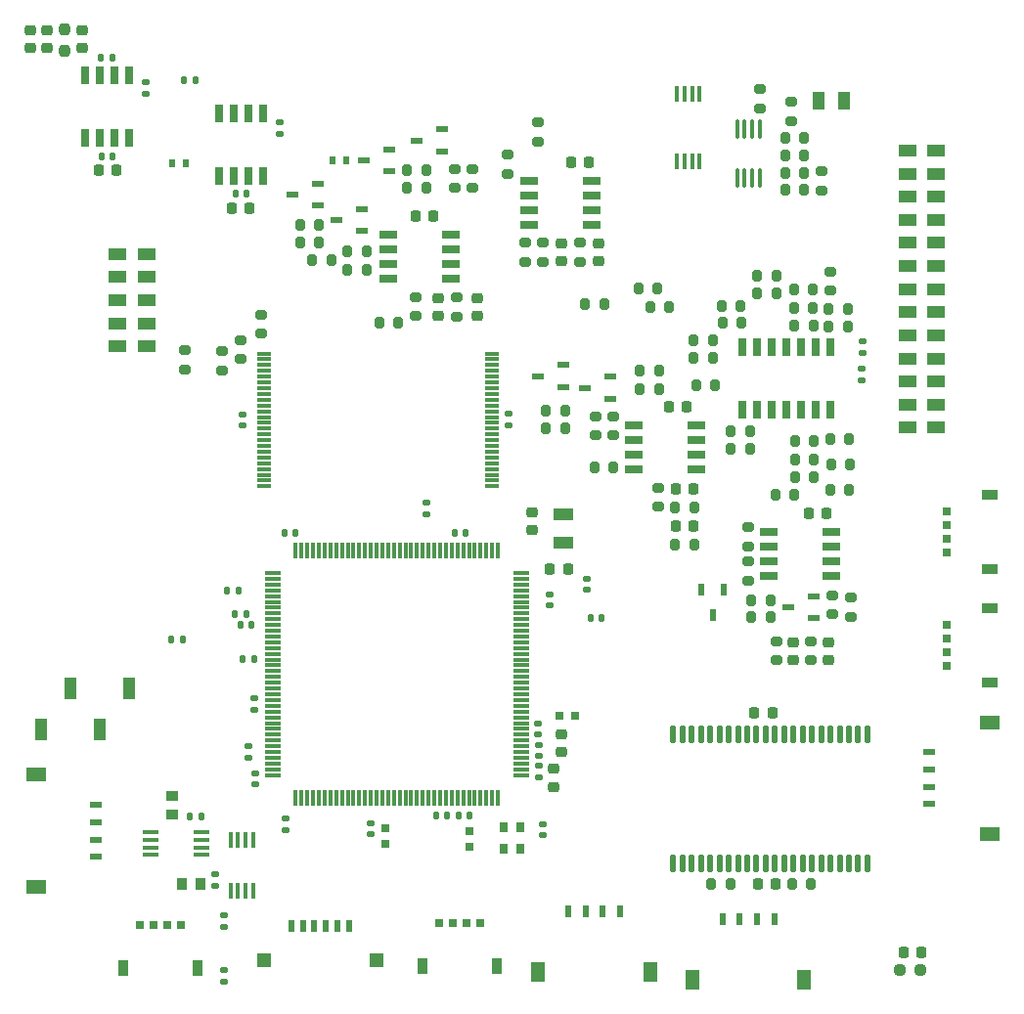
<source format=gbr>
%TF.GenerationSoftware,KiCad,Pcbnew,7.0.5*%
%TF.CreationDate,2024-04-25T22:20:38+03:00*%
%TF.ProjectId,obc-adcs-board,6f62632d-6164-4637-932d-626f6172642e,rev?*%
%TF.SameCoordinates,PX3e2df80PY83e4a60*%
%TF.FileFunction,Paste,Top*%
%TF.FilePolarity,Positive*%
%FSLAX46Y46*%
G04 Gerber Fmt 4.6, Leading zero omitted, Abs format (unit mm)*
G04 Created by KiCad (PCBNEW 7.0.5) date 2024-04-25 22:20:38*
%MOMM*%
%LPD*%
G01*
G04 APERTURE LIST*
G04 Aperture macros list*
%AMRoundRect*
0 Rectangle with rounded corners*
0 $1 Rounding radius*
0 $2 $3 $4 $5 $6 $7 $8 $9 X,Y pos of 4 corners*
0 Add a 4 corners polygon primitive as box body*
4,1,4,$2,$3,$4,$5,$6,$7,$8,$9,$2,$3,0*
0 Add four circle primitives for the rounded corners*
1,1,$1+$1,$2,$3*
1,1,$1+$1,$4,$5*
1,1,$1+$1,$6,$7*
1,1,$1+$1,$8,$9*
0 Add four rect primitives between the rounded corners*
20,1,$1+$1,$2,$3,$4,$5,0*
20,1,$1+$1,$4,$5,$6,$7,0*
20,1,$1+$1,$6,$7,$8,$9,0*
20,1,$1+$1,$8,$9,$2,$3,0*%
G04 Aperture macros list end*
%ADD10R,0.660000X0.650000*%
%ADD11R,0.850000X1.340000*%
%ADD12RoundRect,0.137500X0.137500X-0.625000X0.137500X0.625000X-0.137500X0.625000X-0.137500X-0.625000X0*%
%ADD13R,0.650000X1.528000*%
%ADD14RoundRect,0.200000X0.200000X0.275000X-0.200000X0.275000X-0.200000X-0.275000X0.200000X-0.275000X0*%
%ADD15RoundRect,0.200000X-0.200000X-0.275000X0.200000X-0.275000X0.200000X0.275000X-0.200000X0.275000X0*%
%ADD16R,0.620000X0.670000*%
%ADD17R,1.050000X0.600000*%
%ADD18RoundRect,0.140000X-0.140000X-0.170000X0.140000X-0.170000X0.140000X0.170000X-0.140000X0.170000X0*%
%ADD19R,1.020000X0.940000*%
%ADD20RoundRect,0.200000X0.275000X-0.200000X0.275000X0.200000X-0.275000X0.200000X-0.275000X-0.200000X0*%
%ADD21R,0.940000X1.020000*%
%ADD22RoundRect,0.140000X-0.170000X0.140000X-0.170000X-0.140000X0.170000X-0.140000X0.170000X0.140000X0*%
%ADD23RoundRect,0.225000X-0.250000X0.225000X-0.250000X-0.225000X0.250000X-0.225000X0.250000X0.225000X0*%
%ADD24R,1.475000X0.300000*%
%ADD25R,0.300000X1.475000*%
%ADD26R,1.400000X0.450000*%
%ADD27RoundRect,0.135000X-0.135000X-0.185000X0.135000X-0.185000X0.135000X0.185000X-0.135000X0.185000X0*%
%ADD28RoundRect,0.135000X0.185000X-0.135000X0.185000X0.135000X-0.185000X0.135000X-0.185000X-0.135000X0*%
%ADD29RoundRect,0.225000X-0.225000X-0.250000X0.225000X-0.250000X0.225000X0.250000X-0.225000X0.250000X0*%
%ADD30R,0.800000X0.900000*%
%ADD31RoundRect,0.140000X0.140000X0.170000X-0.140000X0.170000X-0.140000X-0.170000X0.140000X-0.170000X0*%
%ADD32R,1.528000X0.650000*%
%ADD33RoundRect,0.135000X0.135000X0.185000X-0.135000X0.185000X-0.135000X-0.185000X0.135000X-0.185000X0*%
%ADD34RoundRect,0.200000X-0.275000X0.200000X-0.275000X-0.200000X0.275000X-0.200000X0.275000X0.200000X0*%
%ADD35RoundRect,0.135000X-0.185000X0.135000X-0.185000X-0.135000X0.185000X-0.135000X0.185000X0.135000X0*%
%ADD36RoundRect,0.140000X0.170000X-0.140000X0.170000X0.140000X-0.170000X0.140000X-0.170000X-0.140000X0*%
%ADD37R,1.020000X1.905000*%
%ADD38R,0.700000X0.650000*%
%ADD39R,0.600000X1.000000*%
%ADD40R,1.250000X1.800000*%
%ADD41R,0.450000X1.400000*%
%ADD42R,0.650000X1.525000*%
%ADD43RoundRect,0.237500X-0.237500X0.250000X-0.237500X-0.250000X0.237500X-0.250000X0.237500X0.250000X0*%
%ADD44R,1.800000X1.000000*%
%ADD45R,0.550000X1.000000*%
%ADD46R,1.260000X1.300000*%
%ADD47RoundRect,0.225000X0.225000X0.250000X-0.225000X0.250000X-0.225000X-0.250000X0.225000X-0.250000X0*%
%ADD48RoundRect,0.100000X0.100000X-0.712500X0.100000X0.712500X-0.100000X0.712500X-0.100000X-0.712500X0*%
%ADD49RoundRect,0.225000X0.250000X-0.225000X0.250000X0.225000X-0.250000X0.225000X-0.250000X-0.225000X0*%
%ADD50R,1.500000X1.000000*%
%ADD51R,0.650000X0.660000*%
%ADD52R,1.340000X0.850000*%
%ADD53R,1.000000X0.600000*%
%ADD54R,1.800000X1.250000*%
%ADD55R,1.300000X0.300000*%
%ADD56R,1.000000X1.500000*%
%ADD57R,0.600000X1.050000*%
%ADD58R,0.450000X1.475000*%
%ADD59RoundRect,0.237500X0.250000X0.237500X-0.250000X0.237500X-0.250000X-0.237500X0.250000X-0.237500X0*%
%ADD60R,0.650000X0.700000*%
G04 APERTURE END LIST*
D10*
%TO.C,J6*%
X37600000Y7825000D03*
X38800000Y7825000D03*
X40000000Y7825000D03*
X41200000Y7825000D03*
D11*
X36175000Y4120000D03*
X42625000Y4120000D03*
%TD*%
D12*
%TO.C,U7*%
X57900960Y12999279D03*
X58700960Y12999279D03*
X59500960Y12999279D03*
X60300960Y12999279D03*
X61100960Y12999279D03*
X61900960Y12999279D03*
X62700960Y12999279D03*
X63500960Y12999279D03*
X64300960Y12999279D03*
X65100960Y12999279D03*
X65900960Y12999279D03*
X66700960Y12999279D03*
X67500960Y12999279D03*
X68300960Y12999279D03*
X69100960Y12999279D03*
X69900960Y12999279D03*
X70700960Y12999279D03*
X71500960Y12999279D03*
X72300960Y12999279D03*
X73100960Y12999279D03*
X73900960Y12999279D03*
X74700960Y12999279D03*
X74700960Y24174279D03*
X73900960Y24174279D03*
X73100960Y24174279D03*
X72300960Y24174279D03*
X71500960Y24174279D03*
X70700960Y24174279D03*
X69900960Y24174279D03*
X69100960Y24174279D03*
X68300960Y24174279D03*
X67500960Y24174279D03*
X66700960Y24174279D03*
X65900960Y24174279D03*
X65100960Y24174279D03*
X64300960Y24174279D03*
X63500960Y24174279D03*
X62700960Y24174279D03*
X61900960Y24174279D03*
X61100960Y24174279D03*
X60300960Y24174279D03*
X59500960Y24174279D03*
X58700960Y24174279D03*
X57900960Y24174279D03*
%TD*%
D13*
%TO.C,U18*%
X6995000Y75789000D03*
X8265000Y75789000D03*
X9535000Y75789000D03*
X10805000Y75789000D03*
X10805000Y81211000D03*
X9535000Y81211000D03*
X8265000Y81211000D03*
X6995000Y81211000D03*
%TD*%
D14*
%TO.C,R65*%
X70075960Y49550000D03*
X68425960Y49550000D03*
%TD*%
D15*
%TO.C,R90*%
X46875960Y50700000D03*
X48525960Y50700000D03*
%TD*%
D16*
%TO.C,F11*%
X29625000Y73900000D03*
X28375000Y73900000D03*
%TD*%
D17*
%TO.C,Q8*%
X48400000Y54250000D03*
X48400000Y56150000D03*
X46200000Y55200000D03*
%TD*%
D14*
%TO.C,R83*%
X28275000Y65250000D03*
X26625000Y65250000D03*
%TD*%
%TO.C,R117*%
X68375000Y44900000D03*
X66725000Y44900000D03*
%TD*%
D18*
%TO.C,C45*%
X37345000Y17150000D03*
X38305000Y17150000D03*
%TD*%
D19*
%TO.C,F13*%
X14500000Y18840000D03*
X14500000Y17260000D03*
%TD*%
D20*
%TO.C,R46*%
X65400000Y78375000D03*
X65400000Y80025000D03*
%TD*%
D21*
%TO.C,F14*%
X15360000Y11250000D03*
X16940000Y11250000D03*
%TD*%
D20*
%TO.C,R102*%
X49800960Y65075000D03*
X49800960Y66725000D03*
%TD*%
D22*
%TO.C,C59*%
X31700000Y16480000D03*
X31700000Y15520000D03*
%TD*%
D23*
%TO.C,C100*%
X6700000Y85175000D03*
X6700000Y83625000D03*
%TD*%
D24*
%TO.C,U16*%
X44703242Y20649040D03*
X44703242Y21149040D03*
X44703242Y21649040D03*
X44703242Y22149040D03*
X44703242Y22649040D03*
X44703242Y23149040D03*
X44703242Y23649040D03*
X44703242Y24149040D03*
X44703242Y24649040D03*
X44703242Y25149040D03*
X44703242Y25649040D03*
X44703242Y26149040D03*
X44703242Y26649040D03*
X44703242Y27149040D03*
X44703242Y27649040D03*
X44703242Y28149040D03*
X44703242Y28649040D03*
X44703242Y29149040D03*
X44703242Y29649040D03*
X44703242Y30149040D03*
X44703242Y30649040D03*
X44703242Y31149040D03*
X44703242Y31649040D03*
X44703242Y32149040D03*
X44703242Y32649040D03*
X44703242Y33149040D03*
X44703242Y33649040D03*
X44703242Y34149040D03*
X44703242Y34649040D03*
X44703242Y35149040D03*
X44703242Y35649040D03*
X44703242Y36149040D03*
X44703242Y36649040D03*
X44703242Y37149040D03*
X44703242Y37649040D03*
X44703242Y38149040D03*
D25*
X42715242Y40137040D03*
X42215242Y40137040D03*
X41715242Y40137040D03*
X41215242Y40137040D03*
X40715242Y40137040D03*
X40215242Y40137040D03*
X39715242Y40137040D03*
X39215242Y40137040D03*
X38715242Y40137040D03*
X38215242Y40137040D03*
X37715242Y40137040D03*
X37215242Y40137040D03*
X36715242Y40137040D03*
X36215242Y40137040D03*
X35715242Y40137040D03*
X35215242Y40137040D03*
X34715242Y40137040D03*
X34215242Y40137040D03*
X33715242Y40137040D03*
X33215242Y40137040D03*
X32715242Y40137040D03*
X32215242Y40137040D03*
X31715242Y40137040D03*
X31215242Y40137040D03*
X30715242Y40137040D03*
X30215242Y40137040D03*
X29715242Y40137040D03*
X29215242Y40137040D03*
X28715242Y40137040D03*
X28215242Y40137040D03*
X27715242Y40137040D03*
X27215242Y40137040D03*
X26715242Y40137040D03*
X26215242Y40137040D03*
X25715242Y40137040D03*
X25215242Y40137040D03*
D24*
X23227242Y38149040D03*
X23227242Y37649040D03*
X23227242Y37149040D03*
X23227242Y36649040D03*
X23227242Y36149040D03*
X23227242Y35649040D03*
X23227242Y35149040D03*
X23227242Y34649040D03*
X23227242Y34149040D03*
X23227242Y33649040D03*
X23227242Y33149040D03*
X23227242Y32649040D03*
X23227242Y32149040D03*
X23227242Y31649040D03*
X23227242Y31149040D03*
X23227242Y30649040D03*
X23227242Y30149040D03*
X23227242Y29649040D03*
X23227242Y29149040D03*
X23227242Y28649040D03*
X23227242Y28149040D03*
X23227242Y27649040D03*
X23227242Y27149040D03*
X23227242Y26649040D03*
X23227242Y26149040D03*
X23227242Y25649040D03*
X23227242Y25149040D03*
X23227242Y24649040D03*
X23227242Y24149040D03*
X23227242Y23649040D03*
X23227242Y23149040D03*
X23227242Y22649040D03*
X23227242Y22149040D03*
X23227242Y21649040D03*
X23227242Y21149040D03*
X23227242Y20649040D03*
D25*
X25215242Y18661040D03*
X25715242Y18661040D03*
X26215242Y18661040D03*
X26715242Y18661040D03*
X27215242Y18661040D03*
X27715242Y18661040D03*
X28215242Y18661040D03*
X28715242Y18661040D03*
X29215242Y18661040D03*
X29715242Y18661040D03*
X30215242Y18661040D03*
X30715242Y18661040D03*
X31215242Y18661040D03*
X31715242Y18661040D03*
X32215242Y18661040D03*
X32715242Y18661040D03*
X33215242Y18661040D03*
X33715242Y18661040D03*
X34215242Y18661040D03*
X34715242Y18661040D03*
X35215242Y18661040D03*
X35715242Y18661040D03*
X36215242Y18661040D03*
X36715242Y18661040D03*
X37215242Y18661040D03*
X37715242Y18661040D03*
X38215242Y18661040D03*
X38715242Y18661040D03*
X39215242Y18661040D03*
X39715242Y18661040D03*
X40215242Y18661040D03*
X40715242Y18661040D03*
X41215242Y18661040D03*
X41715242Y18661040D03*
X42215242Y18661040D03*
X42715242Y18661040D03*
%TD*%
D16*
%TO.C,F12*%
X15725000Y73600000D03*
X14475000Y73600000D03*
%TD*%
D20*
%TO.C,R101*%
X39125960Y60361779D03*
X39125960Y62011779D03*
%TD*%
D26*
%TO.C,U19*%
X17075000Y13725000D03*
X17075000Y14375000D03*
X17075000Y15025000D03*
X17075000Y15675000D03*
X12675000Y15675000D03*
X12675000Y15025000D03*
X12675000Y14375000D03*
X12675000Y13725000D03*
%TD*%
D15*
%TO.C,R56*%
X65175000Y62400000D03*
X66825000Y62400000D03*
%TD*%
D27*
%TO.C,R37*%
X19290000Y36600000D03*
X20310000Y36600000D03*
%TD*%
D28*
%TO.C,R130*%
X19025000Y2790000D03*
X19025000Y3810000D03*
%TD*%
D29*
%TO.C,C67*%
X69625000Y43350000D03*
X71175000Y43350000D03*
%TD*%
D30*
%TO.C,Y3*%
X44625000Y14275000D03*
X44625000Y16125000D03*
X43175000Y16125000D03*
X43175000Y14275000D03*
%TD*%
D31*
%TO.C,C64*%
X9380000Y74250000D03*
X8420000Y74250000D03*
%TD*%
D20*
%TO.C,R78*%
X40500000Y71475000D03*
X40500000Y73125000D03*
%TD*%
D14*
%TO.C,R59*%
X56650000Y54100000D03*
X55000000Y54100000D03*
%TD*%
D32*
%TO.C,IC2*%
X66189000Y41705000D03*
X66189000Y40435000D03*
X66189000Y39165000D03*
X66189000Y37895000D03*
X71611000Y37895000D03*
X71611000Y39165000D03*
X71611000Y40435000D03*
X71611000Y41705000D03*
%TD*%
D23*
%TO.C,C71*%
X37525960Y61961779D03*
X37525960Y60411779D03*
%TD*%
D17*
%TO.C,Q6*%
X30950000Y67750000D03*
X30950000Y69650000D03*
X28750000Y68700000D03*
%TD*%
D33*
%TO.C,R18*%
X9390000Y82760000D03*
X8370000Y82760000D03*
%TD*%
D34*
%TO.C,R3*%
X15600000Y57450000D03*
X15600000Y55800000D03*
%TD*%
D35*
%TO.C,R126*%
X74200000Y55860000D03*
X74200000Y54840000D03*
%TD*%
D20*
%TO.C,R99*%
X66800000Y30575000D03*
X66800000Y32225000D03*
%TD*%
D15*
%TO.C,R72*%
X62175000Y59800000D03*
X63825000Y59800000D03*
%TD*%
D36*
%TO.C,C60*%
X21625000Y26320000D03*
X21625000Y27280000D03*
%TD*%
D22*
%TO.C,C57*%
X46200000Y25130000D03*
X46200000Y24170000D03*
%TD*%
D37*
%TO.C,J15*%
X10760000Y28178000D03*
X8220000Y24622000D03*
X5680000Y28178000D03*
X3140000Y24622000D03*
%TD*%
D34*
%TO.C,R79*%
X39000000Y73125000D03*
X39000000Y71475000D03*
%TD*%
D23*
%TO.C,C98*%
X2200000Y85175000D03*
X2200000Y83625000D03*
%TD*%
D15*
%TO.C,R55*%
X54875000Y62800000D03*
X56525000Y62800000D03*
%TD*%
D38*
%TO.C,FL6*%
X33000000Y14725000D03*
X33000000Y16075000D03*
%TD*%
D14*
%TO.C,R67*%
X70025000Y59600000D03*
X68375000Y59600000D03*
%TD*%
D34*
%TO.C,R75*%
X64400000Y42125000D03*
X64400000Y40475000D03*
%TD*%
%TO.C,R119*%
X46200000Y77175000D03*
X46200000Y75525000D03*
%TD*%
%TO.C,R81*%
X43550000Y74375000D03*
X43550000Y72725000D03*
%TD*%
D22*
%TO.C,C62*%
X46250000Y21430000D03*
X46250000Y20470000D03*
%TD*%
D15*
%TO.C,R52*%
X59675000Y56800000D03*
X61325000Y56800000D03*
%TD*%
D34*
%TO.C,R40*%
X68100000Y78925000D03*
X68100000Y77275000D03*
%TD*%
D31*
%TO.C,C58*%
X40280000Y17150000D03*
X39320000Y17150000D03*
%TD*%
D39*
%TO.C,J10*%
X48790000Y8820000D03*
X50290000Y8820000D03*
X51790000Y8820000D03*
X53290000Y8820000D03*
D40*
X46185000Y3630000D03*
X55895000Y3630000D03*
%TD*%
D34*
%TO.C,R77*%
X51200000Y51725000D03*
X51200000Y50075000D03*
%TD*%
D14*
%TO.C,R63*%
X57525000Y61200000D03*
X55875000Y61200000D03*
%TD*%
D20*
%TO.C,R80*%
X56600000Y43875000D03*
X56600000Y45525000D03*
%TD*%
D35*
%TO.C,R48*%
X24300000Y16910000D03*
X24300000Y15890000D03*
%TD*%
D34*
%TO.C,R6*%
X22200000Y60525000D03*
X22200000Y58875000D03*
%TD*%
D15*
%TO.C,R64*%
X62075000Y61300000D03*
X63725000Y61300000D03*
%TD*%
D41*
%TO.C,U20*%
X21525000Y15000000D03*
X20875000Y15000000D03*
X20225000Y15000000D03*
X19575000Y15000000D03*
X19575000Y10600000D03*
X20225000Y10600000D03*
X20875000Y10600000D03*
X21525000Y10600000D03*
%TD*%
D15*
%TO.C,R91*%
X34875000Y71500000D03*
X36525000Y71500000D03*
%TD*%
D42*
%TO.C,IC6*%
X63890000Y52288000D03*
X65160000Y52288000D03*
X66430000Y52288000D03*
X67700000Y52288000D03*
X68970000Y52288000D03*
X70240000Y52288000D03*
X71510000Y52288000D03*
X71510000Y57712000D03*
X70240000Y57712000D03*
X68970000Y57712000D03*
X67700000Y57712000D03*
X66430000Y57712000D03*
X65160000Y57712000D03*
X63890000Y57712000D03*
%TD*%
D43*
%TO.C,R129*%
X5200000Y85212500D03*
X5200000Y83387500D03*
%TD*%
D14*
%TO.C,R58*%
X73225000Y47550000D03*
X71575000Y47550000D03*
%TD*%
D27*
%TO.C,R38*%
X20590000Y30700000D03*
X21610000Y30700000D03*
%TD*%
D17*
%TO.C,Q10*%
X27100000Y69975000D03*
X27100000Y71875000D03*
X24900000Y70925000D03*
%TD*%
D15*
%TO.C,R2*%
X68175000Y11200000D03*
X69825000Y11200000D03*
%TD*%
D34*
%TO.C,R85*%
X64400000Y39125000D03*
X64400000Y37475000D03*
%TD*%
D29*
%TO.C,C43*%
X47225000Y38500000D03*
X48775000Y38500000D03*
%TD*%
D15*
%TO.C,R84*%
X32450000Y59800000D03*
X34100000Y59800000D03*
%TD*%
D17*
%TO.C,Q5*%
X37900000Y74650000D03*
X37900000Y76550000D03*
X35700000Y75600000D03*
%TD*%
D14*
%TO.C,R68*%
X66825960Y63900000D03*
X65175960Y63900000D03*
%TD*%
D44*
%TO.C,Y4*%
X48400000Y40750000D03*
X48400000Y43250000D03*
%TD*%
D28*
%TO.C,R124*%
X23800000Y76190000D03*
X23800000Y77210000D03*
%TD*%
%TO.C,R47*%
X21100000Y22130000D03*
X21100000Y23150000D03*
%TD*%
D27*
%TO.C,R13*%
X15510000Y80790000D03*
X16530000Y80790000D03*
%TD*%
D17*
%TO.C,Q3*%
X70050960Y34250000D03*
X70050960Y36150000D03*
X67850960Y35200000D03*
%TD*%
D45*
%TO.C,J16*%
X24820000Y7575000D03*
X25820000Y7575000D03*
X26820000Y7575000D03*
X27820000Y7575000D03*
X28820000Y7575000D03*
X29820000Y7575000D03*
D46*
X22445000Y4585000D03*
X32195000Y4585000D03*
%TD*%
D31*
%TO.C,C55*%
X21380000Y33650000D03*
X20420000Y33650000D03*
%TD*%
D23*
%TO.C,C72*%
X48200960Y66675000D03*
X48200960Y65125000D03*
%TD*%
D14*
%TO.C,R62*%
X73000960Y61000000D03*
X71350960Y61000000D03*
%TD*%
D47*
%TO.C,C27*%
X66475000Y26000000D03*
X64925000Y26000000D03*
%TD*%
D23*
%TO.C,C77*%
X71300000Y32175000D03*
X71300000Y30625000D03*
%TD*%
D34*
%TO.C,R73*%
X71700000Y36225000D03*
X71700000Y34575000D03*
%TD*%
D15*
%TO.C,R95*%
X34875000Y73000000D03*
X36525000Y73000000D03*
%TD*%
D35*
%TO.C,R127*%
X74300000Y58210000D03*
X74300000Y57190000D03*
%TD*%
D15*
%TO.C,R93*%
X64675000Y35800000D03*
X66325000Y35800000D03*
%TD*%
D31*
%TO.C,C52*%
X25205000Y41600000D03*
X24245000Y41600000D03*
%TD*%
D15*
%TO.C,R89*%
X64675000Y34300000D03*
X66325000Y34300000D03*
%TD*%
D48*
%TO.C,U8*%
X63425000Y72387500D03*
X64075000Y72387500D03*
X64725000Y72387500D03*
X65375000Y72387500D03*
X65375000Y76612500D03*
X64725000Y76612500D03*
X64075000Y76612500D03*
X63425000Y76612500D03*
%TD*%
D15*
%TO.C,R100*%
X58075000Y40600000D03*
X59725000Y40600000D03*
%TD*%
D47*
%TO.C,C95*%
X21225000Y69750000D03*
X19675000Y69750000D03*
%TD*%
D14*
%TO.C,R104*%
X59725000Y43800000D03*
X58075000Y43800000D03*
%TD*%
D31*
%TO.C,C54*%
X20930000Y34600000D03*
X19970000Y34600000D03*
%TD*%
D49*
%TO.C,C75*%
X40900000Y60425000D03*
X40900000Y61975000D03*
%TD*%
D31*
%TO.C,C50*%
X39930000Y41650000D03*
X38970000Y41650000D03*
%TD*%
D50*
%TO.C,J17*%
X78175000Y74725000D03*
X78175000Y72725000D03*
X78175000Y70725000D03*
X78175000Y68725000D03*
X78175000Y66725000D03*
X78175000Y64725000D03*
X78175000Y62725000D03*
X78175000Y60725000D03*
X78175000Y58725000D03*
X78175000Y56725000D03*
X78175000Y54725000D03*
X78175000Y52725000D03*
X78175000Y50725000D03*
X80675000Y74725000D03*
X80675000Y72725000D03*
X80675000Y70725000D03*
X80675000Y68725000D03*
X80675000Y66725000D03*
X80675000Y64725000D03*
X80675000Y62725000D03*
X80675000Y60725000D03*
X80675000Y58725000D03*
X80675000Y56725000D03*
X80675000Y54725000D03*
X80675000Y52725000D03*
X80675000Y50725000D03*
%TD*%
D29*
%TO.C,C70*%
X35600000Y69050000D03*
X37150000Y69050000D03*
%TD*%
D51*
%TO.C,J3*%
X81565000Y30100000D03*
X81565000Y31300000D03*
X81565000Y32500000D03*
X81565000Y33700000D03*
D52*
X85270000Y28675000D03*
X85270000Y35125000D03*
%TD*%
D38*
%TO.C,FL4*%
X40250000Y14425000D03*
X40250000Y15775000D03*
%TD*%
D53*
%TO.C,J11*%
X7900000Y18075000D03*
X7900000Y16575000D03*
X7900000Y15075000D03*
X7900000Y13575000D03*
D54*
X2710000Y20680000D03*
X2710000Y10970000D03*
%TD*%
D47*
%TO.C,C78*%
X59675000Y45400000D03*
X58125000Y45400000D03*
%TD*%
D14*
%TO.C,R42*%
X69225000Y75800000D03*
X67575000Y75800000D03*
%TD*%
D15*
%TO.C,R44*%
X67575000Y74300000D03*
X69225000Y74300000D03*
%TD*%
D23*
%TO.C,C56*%
X47500000Y21175000D03*
X47500000Y19625000D03*
%TD*%
D34*
%TO.C,R41*%
X70700000Y72925000D03*
X70700000Y71275000D03*
%TD*%
D15*
%TO.C,R60*%
X62875000Y48900000D03*
X64525000Y48900000D03*
%TD*%
D13*
%TO.C,U17*%
X18595000Y72489000D03*
X19865000Y72489000D03*
X21135000Y72489000D03*
X22405000Y72489000D03*
X22405000Y77911000D03*
X21135000Y77911000D03*
X19865000Y77911000D03*
X18595000Y77911000D03*
%TD*%
D36*
%TO.C,C66*%
X18250000Y11070000D03*
X18250000Y12030000D03*
%TD*%
D15*
%TO.C,R96*%
X25575000Y68325000D03*
X27225000Y68325000D03*
%TD*%
D14*
%TO.C,R43*%
X69225000Y71300000D03*
X67575000Y71300000D03*
%TD*%
D15*
%TO.C,R54*%
X68350960Y61100000D03*
X70000960Y61100000D03*
%TD*%
D55*
%TO.C,IC1*%
X22465242Y57149040D03*
X22465242Y56649040D03*
X22465242Y56149040D03*
X22465242Y55649040D03*
X22465242Y55149040D03*
X22465242Y54649040D03*
X22465242Y54149040D03*
X22465242Y53649040D03*
X22465242Y53149040D03*
X22465242Y52649040D03*
X22465242Y52149040D03*
X22465242Y51649040D03*
X22465242Y51149040D03*
X22465242Y50649040D03*
X22465242Y50149040D03*
X22465242Y49649040D03*
X22465242Y49149040D03*
X22465242Y48649040D03*
X22465242Y48149040D03*
X22465242Y47649040D03*
X22465242Y47149040D03*
X22465242Y46649040D03*
X22465242Y46149040D03*
X22465242Y45649040D03*
X42165242Y45649040D03*
X42165242Y46149040D03*
X42165242Y46649040D03*
X42165242Y47149040D03*
X42165242Y47649040D03*
X42165242Y48149040D03*
X42165242Y48649040D03*
X42165242Y49149040D03*
X42165242Y49649040D03*
X42165242Y50149040D03*
X42165242Y50649040D03*
X42165242Y51149040D03*
X42165242Y51649040D03*
X42165242Y52149040D03*
X42165242Y52649040D03*
X42165242Y53149040D03*
X42165242Y53649040D03*
X42165242Y54149040D03*
X42165242Y54649040D03*
X42165242Y55149040D03*
X42165242Y55649040D03*
X42165242Y56149040D03*
X42165242Y56649040D03*
X42165242Y57149040D03*
%TD*%
D15*
%TO.C,R86*%
X51075000Y47300000D03*
X52725000Y47300000D03*
%TD*%
%TO.C,R92*%
X25575000Y66775000D03*
X27225000Y66775000D03*
%TD*%
D56*
%TO.C,F5*%
X72700000Y79000000D03*
X70500000Y79000000D03*
%TD*%
D22*
%TO.C,C61*%
X21700000Y20780000D03*
X21700000Y19820000D03*
%TD*%
D35*
%TO.C,R131*%
X19000000Y8535000D03*
X19000000Y7515000D03*
%TD*%
D20*
%TO.C,R74*%
X73300000Y34375000D03*
X73300000Y36025000D03*
%TD*%
D15*
%TO.C,R118*%
X55000000Y55700000D03*
X56650000Y55700000D03*
%TD*%
D29*
%TO.C,C69*%
X49025000Y73750000D03*
X50575000Y73750000D03*
%TD*%
D15*
%TO.C,R88*%
X29675000Y64425000D03*
X31325000Y64425000D03*
%TD*%
D10*
%TO.C,J4*%
X11700000Y7635000D03*
X12900000Y7635000D03*
X14100000Y7635000D03*
X15300000Y7635000D03*
D11*
X10275000Y3930000D03*
X16725000Y3930000D03*
%TD*%
D20*
%TO.C,R61*%
X71475960Y62575000D03*
X71475960Y64225000D03*
%TD*%
D53*
%TO.C,J14*%
X80080000Y18130000D03*
X80080000Y19630000D03*
X80080000Y21130000D03*
X80080000Y22630000D03*
D54*
X85270000Y15525000D03*
X85270000Y25235000D03*
%TD*%
D15*
%TO.C,R1*%
X61175960Y11200000D03*
X62825960Y11200000D03*
%TD*%
D28*
%TO.C,R125*%
X12260000Y79650000D03*
X12260000Y80670000D03*
%TD*%
D57*
%TO.C,Q7*%
X62250000Y36700000D03*
X60350000Y36700000D03*
X61300000Y34500000D03*
%TD*%
D15*
%TO.C,R53*%
X68325960Y62700000D03*
X69975960Y62700000D03*
%TD*%
%TO.C,R45*%
X67575000Y72800000D03*
X69225000Y72800000D03*
%TD*%
%TO.C,R120*%
X50275000Y61400000D03*
X51925000Y61400000D03*
%TD*%
D49*
%TO.C,C76*%
X51400000Y65125000D03*
X51400000Y66675000D03*
%TD*%
D29*
%TO.C,C74*%
X58125000Y42200000D03*
X59675000Y42200000D03*
%TD*%
D14*
%TO.C,R71*%
X73000960Y59500000D03*
X71350960Y59500000D03*
%TD*%
D17*
%TO.C,Q9*%
X33300000Y72950000D03*
X33300000Y74850000D03*
X31100000Y73900000D03*
%TD*%
D34*
%TO.C,R4*%
X18800000Y57325000D03*
X18800000Y55675000D03*
%TD*%
D15*
%TO.C,R50*%
X68425000Y48000000D03*
X70075000Y48000000D03*
%TD*%
%TO.C,R51*%
X59675000Y58300000D03*
X61325000Y58300000D03*
%TD*%
D36*
%TO.C,C46*%
X47200000Y35320000D03*
X47200000Y36280000D03*
%TD*%
D22*
%TO.C,C2*%
X43600000Y51930000D03*
X43600000Y50970000D03*
%TD*%
D47*
%TO.C,C97*%
X79375000Y5300000D03*
X77825000Y5300000D03*
%TD*%
D49*
%TO.C,C73*%
X68300000Y30625000D03*
X68300000Y32175000D03*
%TD*%
D51*
%TO.C,J2*%
X81565000Y39900000D03*
X81565000Y41100000D03*
X81565000Y42300000D03*
X81565000Y43500000D03*
D52*
X85270000Y38475000D03*
X85270000Y44925000D03*
%TD*%
D20*
%TO.C,R87*%
X45100000Y65075000D03*
X45100000Y66725000D03*
%TD*%
D50*
%TO.C,J7*%
X12300000Y57775000D03*
X12300000Y59775000D03*
X12300000Y61775000D03*
X12300000Y63775000D03*
X12300000Y65775000D03*
X9800000Y57775000D03*
X9800000Y59775000D03*
X9800000Y61775000D03*
X9800000Y63775000D03*
X9800000Y65775000D03*
%TD*%
D20*
%TO.C,R76*%
X52700000Y50075000D03*
X52700000Y51725000D03*
%TD*%
D27*
%TO.C,R12*%
X14415000Y32350000D03*
X15435000Y32350000D03*
%TD*%
D58*
%TO.C,Q1*%
X60175000Y79638000D03*
X59525000Y79638000D03*
X58875000Y79638000D03*
X58225000Y79638000D03*
X58225000Y73762000D03*
X58875000Y73762000D03*
X59525000Y73762000D03*
X60175000Y73762000D03*
%TD*%
D23*
%TO.C,C102*%
X3700000Y85175000D03*
X3700000Y83625000D03*
%TD*%
D29*
%TO.C,C68*%
X57525000Y52550000D03*
X59075000Y52550000D03*
%TD*%
D36*
%TO.C,C48*%
X46250000Y22320000D03*
X46250000Y23280000D03*
%TD*%
D14*
%TO.C,R66*%
X61525000Y54400000D03*
X59875000Y54400000D03*
%TD*%
D34*
%TO.C,R98*%
X46600000Y66725000D03*
X46600000Y65075000D03*
%TD*%
D22*
%TO.C,C93*%
X46600000Y16380000D03*
X46600000Y15420000D03*
%TD*%
D39*
%TO.C,J9*%
X62140000Y8145000D03*
X63640000Y8145000D03*
X65140000Y8145000D03*
X66640000Y8145000D03*
D40*
X59535000Y2955000D03*
X69245000Y2955000D03*
%TD*%
D36*
%TO.C,C51*%
X50400000Y36720000D03*
X50400000Y37680000D03*
%TD*%
D59*
%TO.C,R128*%
X79312500Y3800000D03*
X77487500Y3800000D03*
%TD*%
D49*
%TO.C,C49*%
X48200000Y22635000D03*
X48200000Y24185000D03*
%TD*%
D34*
%TO.C,R5*%
X20400000Y58325000D03*
X20400000Y56675000D03*
%TD*%
D36*
%TO.C,C53*%
X36550000Y43245000D03*
X36550000Y44205000D03*
%TD*%
D18*
%TO.C,C65*%
X16070000Y17050000D03*
X17030000Y17050000D03*
%TD*%
D22*
%TO.C,C1*%
X20600000Y51880000D03*
X20600000Y50920000D03*
%TD*%
D14*
%TO.C,R82*%
X31350000Y66025000D03*
X29700000Y66025000D03*
%TD*%
D49*
%TO.C,C44*%
X45660000Y41880000D03*
X45660000Y43430000D03*
%TD*%
D32*
%TO.C,IC4*%
X45389000Y72105000D03*
X45389000Y70835000D03*
X45389000Y69565000D03*
X45389000Y68295000D03*
X50811000Y68295000D03*
X50811000Y69565000D03*
X50811000Y70835000D03*
X50811000Y72105000D03*
%TD*%
D15*
%TO.C,R49*%
X68425000Y46450000D03*
X70075000Y46450000D03*
%TD*%
%TO.C,R70*%
X62875000Y50450000D03*
X64525000Y50450000D03*
%TD*%
D31*
%TO.C,C63*%
X20980000Y71000000D03*
X20020000Y71000000D03*
%TD*%
D18*
%TO.C,C47*%
X50720000Y34250000D03*
X51680000Y34250000D03*
%TD*%
D15*
%TO.C,R94*%
X46875960Y52200000D03*
X48525960Y52200000D03*
%TD*%
D32*
%TO.C,IC3*%
X54489000Y50905000D03*
X54489000Y49635000D03*
X54489000Y48365000D03*
X54489000Y47095000D03*
X59911000Y47095000D03*
X59911000Y48365000D03*
X59911000Y49635000D03*
X59911000Y50905000D03*
%TD*%
D34*
%TO.C,R97*%
X35600000Y62025000D03*
X35600000Y60375000D03*
%TD*%
%TO.C,R103*%
X69800000Y32225000D03*
X69800000Y30575000D03*
%TD*%
D29*
%TO.C,C25*%
X65225000Y11200000D03*
X66775000Y11200000D03*
%TD*%
D47*
%TO.C,C96*%
X9675000Y73000000D03*
X8125000Y73000000D03*
%TD*%
D14*
%TO.C,R69*%
X73105000Y49740000D03*
X71455000Y49740000D03*
%TD*%
D17*
%TO.C,Q4*%
X52450960Y53230779D03*
X52450960Y55130779D03*
X50250960Y54180779D03*
%TD*%
D15*
%TO.C,R57*%
X71475000Y45350000D03*
X73125000Y45350000D03*
%TD*%
D32*
%TO.C,IC5*%
X33189000Y67405000D03*
X33189000Y66135000D03*
X33189000Y64865000D03*
X33189000Y63595000D03*
X38611000Y63595000D03*
X38611000Y64865000D03*
X38611000Y66135000D03*
X38611000Y67405000D03*
%TD*%
D60*
%TO.C,FL5*%
X49400000Y25750000D03*
X48050000Y25750000D03*
%TD*%
M02*

</source>
